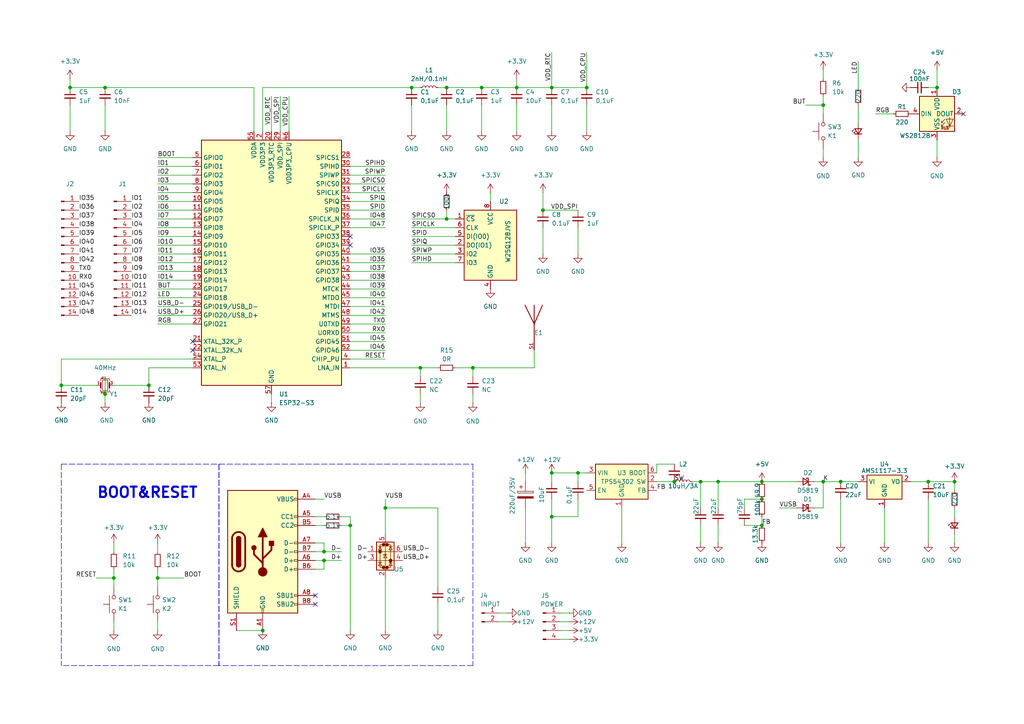
<source format=kicad_sch>
(kicad_sch (version 20231120) (generator "eeschema") (generator_version "8.0")
  (paper "A4")
  (lib_symbols
    (symbol "ANT5320LL45R2400A:ANT5320LL45R2400A" (pin_names (offset 1.016))
      (property "Reference" "E" (at 2.54 5.08 0))
      (property "Value" "ANT5320LL45R2400A" (at 2.54 2.54 0))
      (symbol "ANT5320LL45R2400A_0_0"
        (pin input line (at 0 -5.08 90) (length 2.54) (name "~") (number "S1"))
      )
    )
    (symbol "Connector:Conn_01x02_Pin" (pin_names (offset 1.016) hide)
      (property "Reference" "J" (at 0 2.54 0))
      (property "Value" "Conn_01x02_Pin" (at 0 -5.08 0))
      (symbol "Conn_01x02_Pin_1_1"
        (pin passive line (at 5.08 0 180) (length 3.81) (name "Pin_1") (number "1"))
        (pin passive line (at 5.08 -2.54 180) (length 3.81) (name "Pin_2") (number "2"))
      )
    )
    (symbol "Connector:Conn_01x04_Pin" (pin_names (offset 1.016) hide)
      (property "Reference" "J" (at 0 5.08 0))
      (property "Value" "Conn_01x04_Pin" (at 0 -7.62 0))
      (symbol "Conn_01x04_Pin_1_1"
        (pin passive line (at 5.08 2.54 180) (length 3.81) (name "Pin_1") (number "1"))
        (pin passive line (at 5.08 0 180) (length 3.81) (name "Pin_2") (number "2"))
        (pin passive line (at 5.08 -2.54 180) (length 3.81) (name "Pin_3") (number "3"))
        (pin passive line (at 5.08 -5.08 180) (length 3.81) (name "Pin_4") (number "4"))
      )
    )
    (symbol "Connector:Conn_01x14_Pin" (pin_names (offset 1.016) hide)
      (property "Reference" "J" (at 0 17.78 0))
      (property "Value" "Conn_01x14_Pin" (at 0 -20.32 0))
      (symbol "Conn_01x14_Pin_1_1"
        (pin passive line (at 5.08 15.24 180) (length 3.81) (name "Pin_1") (number "1"))
        (pin passive line (at 5.08 -7.62 180) (length 3.81) (name "Pin_10") (number "10"))
        (pin passive line (at 5.08 -10.16 180) (length 3.81) (name "Pin_11") (number "11"))
        (pin passive line (at 5.08 -12.7 180) (length 3.81) (name "Pin_12") (number "12"))
        (pin passive line (at 5.08 -15.24 180) (length 3.81) (name "Pin_13") (number "13"))
        (pin passive line (at 5.08 -17.78 180) (length 3.81) (name "Pin_14") (number "14"))
        (pin passive line (at 5.08 12.7 180) (length 3.81) (name "Pin_2") (number "2"))
        (pin passive line (at 5.08 10.16 180) (length 3.81) (name "Pin_3") (number "3"))
        (pin passive line (at 5.08 7.62 180) (length 3.81) (name "Pin_4") (number "4"))
        (pin passive line (at 5.08 5.08 180) (length 3.81) (name "Pin_5") (number "5"))
        (pin passive line (at 5.08 2.54 180) (length 3.81) (name "Pin_6") (number "6"))
        (pin passive line (at 5.08 0 180) (length 3.81) (name "Pin_7") (number "7"))
        (pin passive line (at 5.08 -2.54 180) (length 3.81) (name "Pin_8") (number "8"))
        (pin passive line (at 5.08 -5.08 180) (length 3.81) (name "Pin_9") (number "9"))
      )
    )
    (symbol "Connector:USB_C_Receptacle_USB2.0_16P" (pin_names (offset 1.016))
      (property "Reference" "J" (at 0 22.225 0))
      (property "Value" "USB_C_Receptacle_USB2.0_16P" (at 0 19.685 0))
      (symbol "USB_C_Receptacle_USB2.0_16P_1_1"
        (pin passive line (at 0 -22.86 90) (length 5.08) (name "GND") (number "A1"))
        (pin passive line (at 0 -22.86 90) (length 5.08) hide (name "GND") (number "A12"))
        (pin passive line (at 15.24 15.24 180) (length 5.08) (name "VBUS") (number "A4"))
        (pin bidirectional line (at 15.24 10.16 180) (length 5.08) (name "CC1") (number "A5"))
        (pin bidirectional line (at 15.24 -2.54 180) (length 5.08) (name "D+") (number "A6"))
        (pin bidirectional line (at 15.24 2.54 180) (length 5.08) (name "D-") (number "A7"))
        (pin bidirectional line (at 15.24 -12.7 180) (length 5.08) (name "SBU1") (number "A8"))
        (pin passive line (at 15.24 15.24 180) (length 5.08) hide (name "VBUS") (number "A9"))
        (pin passive line (at 0 -22.86 90) (length 5.08) hide (name "GND") (number "B1"))
        (pin passive line (at 0 -22.86 90) (length 5.08) hide (name "GND") (number "B12"))
        (pin passive line (at 15.24 15.24 180) (length 5.08) hide (name "VBUS") (number "B4"))
        (pin bidirectional line (at 15.24 7.62 180) (length 5.08) (name "CC2") (number "B5"))
        (pin bidirectional line (at 15.24 -5.08 180) (length 5.08) (name "D+") (number "B6"))
        (pin bidirectional line (at 15.24 0 180) (length 5.08) (name "D-") (number "B7"))
        (pin bidirectional line (at 15.24 -15.24 180) (length 5.08) (name "SBU2") (number "B8"))
        (pin passive line (at 15.24 15.24 180) (length 5.08) hide (name "VBUS") (number "B9"))
        (pin passive line (at -7.62 -22.86 90) (length 5.08) (name "SHIELD") (number "S1"))
      )
    )
    (symbol "Device:C_Polarized" (pin_numbers hide) (pin_names (offset 0.254))
      (property "Reference" "C" (at 0.635 2.54 0))
      (property "Value" "C_Polarized" (at 0.635 -2.54 0))
      (symbol "C_Polarized_1_1"
        (pin passive line (at 0 3.81 270) (length 2.794) (name "~") (number "1"))
        (pin passive line (at 0 -3.81 90) (length 2.794) (name "~") (number "2"))
      )
    )
    (symbol "Device:C_Small" (pin_numbers hide) (pin_names (offset 0.254) hide)
      (property "Reference" "C" (at 0.254 1.778 0))
      (property "Value" "C_Small" (at 0.254 -2.032 0))
      (symbol "C_Small_1_1"
        (pin passive line (at 0 2.54 270) (length 2.032) (name "~") (number "1"))
        (pin passive line (at 0 -2.54 90) (length 2.032) (name "~") (number "2"))
      )
    )
    (symbol "Device:Crystal_GND24_Small" (pin_names (offset 1.016) hide)
      (property "Reference" "Y" (at 1.27 4.445 0))
      (property "Value" "Crystal_GND24_Small" (at 1.27 2.54 0))
      (symbol "Crystal_GND24_Small_1_1"
        (pin passive line (at -2.54 0 0) (length 1.27) (name "1") (number "1"))
        (pin passive line (at 0 -2.54 90) (length 0.635) (name "2") (number "2"))
        (pin passive line (at 2.54 0 180) (length 1.27) (name "3") (number "3"))
        (pin passive line (at 0 2.54 270) (length 0.635) (name "4") (number "4"))
      )
    )
    (symbol "Device:D_Schottky_Small" (pin_numbers hide) (pin_names (offset 0.254) hide)
      (property "Reference" "D" (at -1.27 2.032 0))
      (property "Value" "D_Schottky_Small" (at -7.112 -2.032 0))
      (symbol "D_Schottky_Small_1_1"
        (pin passive line (at -2.54 0 0) (length 1.778) (name "K") (number "1"))
        (pin passive line (at 2.54 0 180) (length 1.778) (name "A") (number "2"))
      )
    )
    (symbol "Device:LED_Small" (pin_numbers hide) (pin_names (offset 0.254) hide)
      (property "Reference" "D" (at -1.27 3.175 0))
      (property "Value" "LED_Small" (at -4.445 -2.54 0))
      (symbol "LED_Small_1_1"
        (pin passive line (at -2.54 0 0) (length 1.778) (name "K") (number "1"))
        (pin passive line (at 2.54 0 180) (length 1.778) (name "A") (number "2"))
      )
    )
    (symbol "Device:L_Small" (pin_numbers hide) (pin_names (offset 0.254) hide)
      (property "Reference" "L" (at 0.762 1.016 0))
      (property "Value" "L_Small" (at 0.762 -1.016 0))
      (symbol "L_Small_1_1"
        (pin passive line (at 0 2.54 270) (length 0.508) (name "~") (number "1"))
        (pin passive line (at 0 -2.54 90) (length 0.508) (name "~") (number "2"))
      )
    )
    (symbol "Device:R_Small" (pin_numbers hide) (pin_names (offset 0.254) hide)
      (property "Reference" "R" (at 0.762 0.508 0))
      (property "Value" "R_Small" (at 0.762 -1.016 0))
      (symbol "R_Small_1_1"
        (pin passive line (at 0 2.54 270) (length 0.762) (name "~") (number "1"))
        (pin passive line (at 0 -2.54 90) (length 0.762) (name "~") (number "2"))
      )
    )
    (symbol "LED:WS2812B" (pin_names (offset 0.254))
      (property "Reference" "D" (at 5.08 5.715 0))
      (property "Value" "WS2812B" (at 1.27 -5.715 0))
      (symbol "WS2812B_0_0"
        (text "RGB" (at 2.286 -4.191 0) (effects (font (size 0.762 0.762))))
      )
      (symbol "WS2812B_1_1"
        (pin power_in line (at 0 7.62 270) (length 2.54) (name "VDD") (number "1"))
        (pin output line (at 7.62 0 180) (length 2.54) (name "DOUT") (number "2"))
        (pin power_in line (at 0 -7.62 90) (length 2.54) (name "VSS") (number "3"))
        (pin input line (at -7.62 0 0) (length 2.54) (name "DIN") (number "4"))
      )
    )
    (symbol "MCU_Espressif:ESP32-S3"
      (property "Reference" "U" (at 10.16 -38.1 0))
      (property "Value" "ESP32-S3" (at 13.97 -40.64 0))
      (symbol "ESP32-S3_1_0"
        (pin bidirectional line (at 22.86 12.7 180) (length 2.54) (name "SPICLK_N") (number "36"))
        (pin bidirectional line (at 22.86 -10.16 180) (length 2.54) (name "MTDO") (number "45"))
        (pin bidirectional line (at 22.86 -22.86 180) (length 2.54) (name "GPIO45") (number "51"))
        (pin passive line (at -5.08 38.1 270) (length 2.54) hide (name "VDDA") (number "56"))
      )
      (symbol "ESP32-S3_1_1"
        (pin bidirectional line (at 22.86 -30.48 180) (length 2.54) (name "LNA_IN") (number "1"))
        (pin bidirectional line (at -22.86 17.78 0) (length 2.54) (name "GPIO5") (number "10"))
        (pin bidirectional line (at -22.86 15.24 0) (length 2.54) (name "GPIO6") (number "11"))
        (pin bidirectional line (at -22.86 12.7 0) (length 2.54) (name "GPIO7") (number "12"))
        (pin bidirectional line (at -22.86 10.16 0) (length 2.54) (name "GPIO8") (number "13"))
        (pin bidirectional line (at -22.86 7.62 0) (length 2.54) (name "GPIO9") (number "14"))
        (pin bidirectional line (at -22.86 5.08 0) (length 2.54) (name "GPIO10") (number "15"))
        (pin bidirectional line (at -22.86 2.54 0) (length 2.54) (name "GPIO11") (number "16"))
        (pin bidirectional line (at -22.86 0 0) (length 2.54) (name "GPIO12") (number "17"))
        (pin bidirectional line (at -22.86 -2.54 0) (length 2.54) (name "GPIO13") (number "18"))
        (pin bidirectional line (at -22.86 -5.08 0) (length 2.54) (name "GPIO14") (number "19"))
        (pin power_in line (at -2.54 38.1 270) (length 2.54) (name "VDD3P3") (number "2"))
        (pin power_in line (at 0 38.1 270) (length 2.54) (name "VDD3P3_RTC") (number "20"))
        (pin passive line (at -22.86 -22.86 0) (length 2.54) (name "XTAL_32K_P") (number "21"))
        (pin passive line (at -22.86 -25.4 0) (length 2.54) (name "XTAL_32K_N") (number "22"))
        (pin bidirectional line (at -22.86 -7.62 0) (length 2.54) (name "GPIO17") (number "23"))
        (pin bidirectional line (at -22.86 -10.16 0) (length 2.54) (name "GPIO18") (number "24"))
        (pin bidirectional line (at -22.86 -12.7 0) (length 2.54) (name "GPIO19/USB_D-") (number "25"))
        (pin bidirectional line (at -22.86 -15.24 0) (length 2.54) (name "GPIO20/USB_D+") (number "26"))
        (pin bidirectional line (at -22.86 -17.78 0) (length 2.54) (name "GPIO21") (number "27"))
        (pin bidirectional line (at 22.86 30.48 180) (length 2.54) (name "SPICS1") (number "28"))
        (pin power_in line (at 2.54 38.1 270) (length 2.54) (name "VDD_SPI") (number "29"))
        (pin passive line (at -2.54 38.1 270) (length 2.54) hide (name "VDD3P3") (number "3"))
        (pin bidirectional line (at 22.86 27.94 180) (length 2.54) (name "SPIHD") (number "30"))
        (pin bidirectional line (at 22.86 25.4 180) (length 2.54) (name "SPIWP") (number "31"))
        (pin bidirectional line (at 22.86 22.86 180) (length 2.54) (name "SPICS0") (number "32"))
        (pin bidirectional line (at 22.86 20.32 180) (length 2.54) (name "SPICLK") (number "33"))
        (pin bidirectional line (at 22.86 17.78 180) (length 2.54) (name "SPIQ") (number "34"))
        (pin bidirectional line (at 22.86 15.24 180) (length 2.54) (name "SPID") (number "35"))
        (pin bidirectional line (at 22.86 10.16 180) (length 2.54) (name "SPICLK_P") (number "37"))
        (pin bidirectional line (at 22.86 7.62 180) (length 2.54) (name "GPIO33") (number "38"))
        (pin bidirectional line (at 22.86 5.08 180) (length 2.54) (name "GPIO34") (number "39"))
        (pin input line (at 22.86 -27.94 180) (length 2.54) (name "CHIP_PU") (number "4"))
        (pin bidirectional line (at 22.86 2.54 180) (length 2.54) (name "GPIO35") (number "40"))
        (pin bidirectional line (at 22.86 0 180) (length 2.54) (name "GPIO36") (number "41"))
        (pin bidirectional line (at 22.86 -2.54 180) (length 2.54) (name "GPIO37") (number "42"))
        (pin bidirectional line (at 22.86 -5.08 180) (length 2.54) (name "GPIO38") (number "43"))
        (pin bidirectional line (at 22.86 -7.62 180) (length 2.54) (name "MTCK") (number "44"))
        (pin power_in line (at 5.08 38.1 270) (length 2.54) (name "VDD3P3_CPU") (number "46"))
        (pin bidirectional line (at 22.86 -12.7 180) (length 2.54) (name "MTDI") (number "47"))
        (pin bidirectional line (at 22.86 -15.24 180) (length 2.54) (name "MTMS") (number "48"))
        (pin bidirectional line (at 22.86 -17.78 180) (length 2.54) (name "U0TXD") (number "49"))
        (pin bidirectional line (at -22.86 30.48 0) (length 2.54) (name "GPIO0") (number "5"))
        (pin bidirectional line (at 22.86 -20.32 180) (length 2.54) (name "U0RXD") (number "50"))
        (pin bidirectional line (at 22.86 -25.4 180) (length 2.54) (name "GPIO46") (number "52"))
        (pin output line (at -22.86 -30.48 0) (length 2.54) (name "XTAL_N") (number "53"))
        (pin input line (at -22.86 -27.94 0) (length 2.54) (name "XTAL_P") (number "54"))
        (pin power_in line (at -5.08 38.1 270) (length 2.54) (name "VDDA") (number "55"))
        (pin power_in line (at 0 -38.1 90) (length 2.54) (name "GND") (number "57"))
        (pin bidirectional line (at -22.86 27.94 0) (length 2.54) (name "GPIO1") (number "6"))
        (pin bidirectional line (at -22.86 25.4 0) (length 2.54) (name "GPIO2") (number "7"))
        (pin bidirectional line (at -22.86 22.86 0) (length 2.54) (name "GPIO3") (number "8"))
        (pin bidirectional line (at -22.86 20.32 0) (length 2.54) (name "GPIO4") (number "9"))
      )
    )
    (symbol "Memory_Flash:W25Q128JVS"
      (property "Reference" "U" (at -8.89 8.89 0))
      (property "Value" "W25Q128JVS" (at 7.62 8.89 0))
      (symbol "W25Q128JVS_1_1"
        (pin input line (at -10.16 7.62 0) (length 2.54) (name "~{CS}") (number "1"))
        (pin bidirectional line (at -10.16 0 0) (length 2.54) (name "DO(IO1)") (number "2"))
        (pin bidirectional line (at -10.16 -2.54 0) (length 2.54) (name "IO2") (number "3"))
        (pin power_in line (at 0 -12.7 90) (length 2.54) (name "GND") (number "4"))
        (pin bidirectional line (at -10.16 2.54 0) (length 2.54) (name "DI(IO0)") (number "5"))
        (pin input line (at -10.16 5.08 0) (length 2.54) (name "CLK") (number "6"))
        (pin bidirectional line (at -10.16 -5.08 0) (length 2.54) (name "IO3") (number "7"))
        (pin power_in line (at 0 12.7 270) (length 2.54) (name "VCC") (number "8"))
      )
    )
    (symbol "Power_Protection:USBLC6-2SC6" (pin_names hide)
      (property "Reference" "U" (at 0.635 5.715 0))
      (property "Value" "USBLC6-2SC6" (at 0.635 3.81 0))
      (symbol "USBLC6-2SC6_1_1"
        (pin passive line (at -5.08 0 0) (length 2.54) (name "I/O1") (number "1"))
        (pin passive line (at 0 -7.62 90) (length 2.54) (name "GND") (number "2"))
        (pin passive line (at -5.08 -2.54 0) (length 2.54) (name "I/O2") (number "3"))
        (pin passive line (at 5.08 -2.54 180) (length 2.54) (name "I/O2") (number "4"))
        (pin passive line (at 0 5.08 270) (length 2.54) (name "VBUS") (number "5"))
        (pin passive line (at 5.08 0 180) (length 2.54) (name "I/O1") (number "6"))
      )
    )
    (symbol "Regulator_Linear:AMS1117-3.3"
      (property "Reference" "U" (at -3.81 3.175 0))
      (property "Value" "AMS1117-3.3" (at 0 3.175 0))
      (symbol "AMS1117-3.3_1_1"
        (pin power_in line (at 0 -7.62 90) (length 2.54) (name "GND") (number "1"))
        (pin power_out line (at 7.62 0 180) (length 2.54) (name "VO") (number "2"))
        (pin power_in line (at -7.62 0 0) (length 2.54) (name "VI") (number "3"))
      )
    )
    (symbol "Regulator_Switching:TPS54302"
      (property "Reference" "U" (at -7.62 6.35 0))
      (property "Value" "TPS54302" (at 0 6.35 0))
      (symbol "TPS54302_1_1"
        (pin power_in line (at 0 -7.62 90) (length 2.54) (name "GND") (number "1"))
        (pin power_out line (at 10.16 0 180) (length 2.54) (name "SW") (number "2"))
        (pin power_in line (at -10.16 2.54 0) (length 2.54) (name "VIN") (number "3"))
        (pin input line (at 10.16 -2.54 180) (length 2.54) (name "FB") (number "4"))
        (pin input line (at -10.16 -2.54 0) (length 2.54) (name "EN") (number "5"))
        (pin passive line (at 10.16 2.54 180) (length 2.54) (name "BOOT") (number "6"))
      )
    )
    (symbol "Switch:SW_Push" (pin_numbers hide) (pin_names (offset 1.016) hide)
      (property "Reference" "SW" (at 1.27 2.54 0))
      (property "Value" "SW_Push" (at 0 -1.524 0))
      (symbol "SW_Push_0_1"
        (pin passive line (at -5.08 0 0) (length 2.54) (name "1") (number "1"))
        (pin passive line (at 5.08 0 180) (length 2.54) (name "2") (number "2"))
      )
    )
    (symbol "power:+12V" (power) (pin_names (offset 0))
      (property "Value" "+12V" (at 0 3.556 0))
      (symbol "+12V_1_1"
        (pin power_in line (at 0 0 90) (length 0) hide (name "+12V") (number "1"))
      )
    )
    (symbol "power:+3.3V" (power) (pin_numbers hide) (pin_names (offset 0) hide)
      (property "Value" "+3.3V" (at 0 3.556 0))
      (symbol "+3.3V_1_1"
        (pin power_in line (at 0 0 90) (length 0) (name "~") (number "1"))
      )
    )
    (symbol "power:+5V" (power) (pin_names (offset 0))
      (property "Value" "+5V" (at 0 3.556 0))
      (symbol "+5V_1_1"
        (pin power_in line (at 0 0 90) (length 0) hide (name "+5V") (number "1"))
      )
    )
    (symbol "power:GND" (power) (pin_numbers hide) (pin_names (offset 0) hide)
      (property "Value" "GND" (at 0 -3.81 0))
      (symbol "GND_1_1"
        (pin power_in line (at 0 0 270) (length 0) (name "~") (number "1"))
      )
    )
  )
  (junction (at 119.38 25.4))
  (junction (at 195.58 139.7))
  (junction (at 203.2 139.7))
  (junction (at 17.78 111.76))
  (junction (at 33.02 167.64))
  (junction (at 149.86 25.4))
  (junction (at 30.48 25.4))
  (junction (at 220.98 152.4))
  (junction (at 137.16 106.68))
  (junction (at 220.98 139.7))
  (junction (at 160.02 25.4))
  (junction (at 129.54 63.5))
  (junction (at 208.28 139.7))
  (junction (at 160.02 137.16))
  (junction (at 238.76 30.48))
  (junction (at 243.84 139.7))
  (junction (at 276.86 139.7))
  (junction (at 271.78 25.4))
  (junction (at 20.32 25.4))
  (junction (at 129.54 25.4))
  (junction (at 121.92 106.68))
  (junction (at 93.98 160.02))
  (junction (at 101.6 152.4))
  (junction (at 139.7 25.4))
  (junction (at 76.2 182.88))
  (junction (at 93.98 162.56))
  (junction (at 45.72 167.64))
  (junction (at 170.18 25.4))
  (junction (at 160.02 149.86))
  (junction (at 43.18 111.76))
  (junction (at 30.48 114.3))
  (junction (at 111.76 147.32))
  (junction (at 157.48 60.96))
  (junction (at 269.24 139.7))
  (junction (at 238.76 139.7))
  (junction (at 167.64 137.16))
  (junction (at 220.98 144.78))
  (no_connect (at 55.88 99.06))
  (no_connect (at 101.6 71.12))
  (no_connect (at 101.6 68.58))
  (no_connect (at 55.88 101.6))
  (no_connect (at 91.44 175.26))
  (no_connect (at 279.4 33.02))
  (no_connect (at 91.44 172.72))
  (wire (pts (xy 43.18 106.68) (xy 55.88 106.68)))
  (wire (pts (xy 111.76 182.88) (xy 111.76 167.64)))
  (wire (pts (xy 276.86 139.7) (xy 269.24 139.7)))
  (wire (pts (xy 93.98 160.02) (xy 91.44 160.02)))
  (wire (pts (xy 45.72 78.74) (xy 55.88 78.74)))
  (wire (pts (xy 33.02 180.34) (xy 33.02 182.88)))
  (wire (pts (xy 93.98 162.56) (xy 91.44 162.56)))
  (wire (pts (xy 160.02 25.4) (xy 149.86 25.4)))
  (wire (pts (xy 129.54 25.4) (xy 139.7 25.4)))
  (wire (pts (xy 91.44 157.48) (xy 93.98 157.48)))
  (wire (pts (xy 30.48 116.84) (xy 30.48 114.3)))
  (wire (pts (xy 45.72 93.98) (xy 55.88 93.98)))
  (wire (pts (xy 215.9 152.4) (xy 220.98 152.4)))
  (wire (pts (xy 248.92 40.64) (xy 248.92 45.72)))
  (wire (pts (xy 111.76 78.74) (xy 101.6 78.74)))
  (wire (pts (xy 165.1 182.88) (xy 162.56 182.88)))
  (wire (pts (xy 139.7 25.4) (xy 149.86 25.4)))
  (wire (pts (xy 101.6 152.4) (xy 101.6 149.86)))
  (wire (pts (xy 91.44 152.4) (xy 93.98 152.4)))
  (wire (pts (xy 271.78 40.64) (xy 271.78 45.72)))
  (wire (pts (xy 111.76 93.98) (xy 101.6 93.98)))
  (wire (pts (xy 269.24 144.78) (xy 269.24 157.48)))
  (wire (pts (xy 129.54 38.1) (xy 129.54 30.48)))
  (wire (pts (xy 111.76 81.28) (xy 101.6 81.28)))
  (wire (pts (xy 111.76 104.14) (xy 101.6 104.14)))
  (wire (pts (xy 119.38 38.1) (xy 119.38 30.48)))
  (wire (pts (xy 238.76 27.94) (xy 238.76 30.48)))
  (wire (pts (xy 165.1 177.8) (xy 162.56 177.8)))
  (polyline (pts (xy 63.5 134.62) (xy 63.5 193.04)) (stroke (width 0) (type dash)))
  (wire (pts (xy 45.72 157.48) (xy 45.72 160.02)))
  (wire (pts (xy 167.64 144.78) (xy 167.64 149.86)))
  (wire (pts (xy 208.28 147.32) (xy 208.28 139.7)))
  (wire (pts (xy 190.5 137.16) (xy 190.5 134.62)))
  (wire (pts (xy 45.72 58.42) (xy 55.88 58.42)))
  (wire (pts (xy 238.76 20.32) (xy 238.76 22.86)))
  (wire (pts (xy 111.76 63.5) (xy 101.6 63.5)))
  (wire (pts (xy 215.9 147.32) (xy 215.9 144.78)))
  (wire (pts (xy 30.48 25.4) (xy 73.66 25.4)))
  (wire (pts (xy 93.98 149.86) (xy 91.44 149.86)))
  (wire (pts (xy 45.72 60.96) (xy 55.88 60.96)))
  (wire (pts (xy 195.58 139.7) (xy 190.5 139.7)))
  (wire (pts (xy 233.68 30.48) (xy 238.76 30.48)))
  (wire (pts (xy 111.76 66.04) (xy 101.6 66.04)))
  (wire (pts (xy 45.72 73.66) (xy 55.88 73.66)))
  (wire (pts (xy 256.54 157.48) (xy 256.54 147.32)))
  (wire (pts (xy 129.54 63.5) (xy 132.08 63.5)))
  (wire (pts (xy 101.6 58.42) (xy 111.76 58.42)))
  (wire (pts (xy 215.9 144.78) (xy 220.98 144.78)))
  (wire (pts (xy 276.86 154.94) (xy 276.86 157.48)))
  (wire (pts (xy 45.72 71.12) (xy 55.88 71.12)))
  (wire (pts (xy 81.28 27.94) (xy 81.28 38.1)))
  (wire (pts (xy 236.22 139.7) (xy 238.76 139.7)))
  (wire (pts (xy 111.76 96.52) (xy 101.6 96.52)))
  (wire (pts (xy 119.38 63.5) (xy 129.54 63.5)))
  (wire (pts (xy 139.7 38.1) (xy 139.7 30.48)))
  (wire (pts (xy 93.98 165.1) (xy 93.98 162.56)))
  (wire (pts (xy 17.78 111.76) (xy 17.78 104.14)))
  (wire (pts (xy 271.78 20.32) (xy 271.78 25.4)))
  (wire (pts (xy 45.72 66.04) (xy 55.88 66.04)))
  (wire (pts (xy 111.76 73.66) (xy 101.6 73.66)))
  (wire (pts (xy 101.6 182.88) (xy 101.6 152.4)))
  (wire (pts (xy 45.72 68.58) (xy 55.88 68.58)))
  (wire (pts (xy 45.72 81.28) (xy 55.88 81.28)))
  (polyline (pts (xy 63.5 193.04) (xy 17.78 193.04)) (stroke (width 0) (type dash)))
  (wire (pts (xy 154.94 106.68) (xy 154.94 101.6)))
  (wire (pts (xy 254 33.02) (xy 259.08 33.02)))
  (polyline (pts (xy 17.78 134.62) (xy 17.78 193.04)) (stroke (width 0) (type dash)))
  (wire (pts (xy 45.72 76.2) (xy 55.88 76.2)))
  (wire (pts (xy 45.72 167.64) (xy 45.72 170.18)))
  (wire (pts (xy 45.72 83.82) (xy 55.88 83.82)))
  (wire (pts (xy 238.76 43.18) (xy 238.76 45.72)))
  (wire (pts (xy 111.76 91.44) (xy 101.6 91.44)))
  (wire (pts (xy 208.28 139.7) (xy 220.98 139.7)))
  (wire (pts (xy 264.16 139.7) (xy 269.24 139.7)))
  (wire (pts (xy 220.98 149.86) (xy 220.98 152.4)))
  (polyline (pts (xy 137.16 193.04) (xy 63.5 193.04)) (stroke (width 0) (type dash)))
  (wire (pts (xy 243.84 139.7) (xy 248.92 139.7)))
  (wire (pts (xy 73.66 25.4) (xy 73.66 38.1)))
  (wire (pts (xy 160.02 15.24) (xy 160.02 25.4)))
  (wire (pts (xy 149.86 25.4) (xy 149.86 22.86)))
  (wire (pts (xy 111.76 83.82) (xy 101.6 83.82)))
  (wire (pts (xy 91.44 165.1) (xy 93.98 165.1)))
  (wire (pts (xy 208.28 152.4) (xy 208.28 157.48)))
  (wire (pts (xy 93.98 162.56) (xy 99.06 162.56)))
  (wire (pts (xy 152.4 137.16) (xy 152.4 139.7)))
  (wire (pts (xy 238.76 139.7) (xy 243.84 139.7)))
  (wire (pts (xy 127 182.88) (xy 127 175.26)))
  (wire (pts (xy 248.92 30.48) (xy 248.92 35.56)))
  (wire (pts (xy 33.02 111.76) (xy 43.18 111.76)))
  (wire (pts (xy 220.98 139.7) (xy 231.14 139.7)))
  (wire (pts (xy 45.72 86.36) (xy 55.88 86.36)))
  (wire (pts (xy 93.98 144.78) (xy 91.44 144.78)))
  (wire (pts (xy 78.74 27.94) (xy 78.74 38.1)))
  (wire (pts (xy 101.6 60.96) (xy 111.76 60.96)))
  (wire (pts (xy 160.02 38.1) (xy 160.02 30.48)))
  (wire (pts (xy 157.48 55.88) (xy 157.48 60.96)))
  (wire (pts (xy 30.48 109.22) (xy 30.48 114.3)))
  (wire (pts (xy 101.6 55.88) (xy 111.76 55.88)))
  (polyline (pts (xy 137.16 134.62) (xy 137.16 193.04)) (stroke (width 0) (type dash)))
  (wire (pts (xy 165.1 180.34) (xy 162.56 180.34)))
  (polyline (pts (xy 63.5 134.62) (xy 137.16 134.62)) (stroke (width 0) (type dash)))
  (wire (pts (xy 170.18 38.1) (xy 170.18 30.48)))
  (wire (pts (xy 121.92 106.68) (xy 121.92 109.22)))
  (wire (pts (xy 121.92 106.68) (xy 127 106.68)))
  (wire (pts (xy 137.16 106.68) (xy 154.94 106.68)))
  (wire (pts (xy 238.76 147.32) (xy 236.22 147.32)))
  (wire (pts (xy 45.72 167.64) (xy 53.34 167.64)))
  (wire (pts (xy 45.72 48.26) (xy 55.88 48.26)))
  (wire (pts (xy 45.72 180.34) (xy 45.72 182.88)))
  (wire (pts (xy 160.02 139.7) (xy 160.02 137.16)))
  (wire (pts (xy 45.72 91.44) (xy 55.88 91.44)))
  (wire (pts (xy 243.84 144.78) (xy 243.84 157.48)))
  (wire (pts (xy 157.48 73.66) (xy 157.48 66.04)))
  (wire (pts (xy 45.72 50.8) (xy 55.88 50.8)))
  (wire (pts (xy 129.54 60.96) (xy 129.54 63.5)))
  (wire (pts (xy 167.64 139.7) (xy 167.64 137.16)))
  (wire (pts (xy 160.02 137.16) (xy 167.64 137.16)))
  (wire (pts (xy 33.02 157.48) (xy 33.02 160.02)))
  (wire (pts (xy 76.2 25.4) (xy 119.38 25.4)))
  (wire (pts (xy 93.98 157.48) (xy 93.98 160.02)))
  (wire (pts (xy 121.92 114.3) (xy 121.92 116.84)))
  (polyline (pts (xy 17.78 134.62) (xy 63.5 134.62)) (stroke (width 0) (type dash)))
  (wire (pts (xy 226.06 147.32) (xy 231.14 147.32)))
  (wire (pts (xy 33.02 165.1) (xy 33.02 167.64)))
  (wire (pts (xy 160.02 149.86) (xy 160.02 157.48)))
  (wire (pts (xy 152.4 147.32) (xy 152.4 157.48)))
  (wire (pts (xy 165.1 185.42) (xy 162.56 185.42)))
  (wire (pts (xy 101.6 106.68) (xy 121.92 106.68)))
  (wire (pts (xy 83.82 27.94) (xy 83.82 38.1)))
  (wire (pts (xy 45.72 55.88) (xy 55.88 55.88)))
  (wire (pts (xy 20.32 22.86) (xy 20.32 25.4)))
  (wire (pts (xy 142.24 55.88) (xy 142.24 58.42)))
  (wire (pts (xy 101.6 50.8) (xy 111.76 50.8)))
  (wire (pts (xy 203.2 139.7) (xy 200.66 139.7)))
  (wire (pts (xy 167.64 60.96) (xy 157.48 60.96)))
  (wire (pts (xy 276.86 147.32) (xy 276.86 149.86)))
  (wire (pts (xy 127 170.18) (xy 127 147.32)))
  (wire (pts (xy 248.92 17.78) (xy 248.92 25.4)))
  (wire (pts (xy 137.16 106.68) (xy 137.16 109.22)))
  (wire (pts (xy 101.6 149.86) (xy 99.06 149.86)))
  (wire (pts (xy 99.06 152.4) (xy 101.6 152.4)))
  (wire (pts (xy 276.86 139.7) (xy 276.86 142.24)))
  (wire (pts (xy 238.76 30.48) (xy 238.76 33.02)))
  (wire (pts (xy 111.76 88.9) (xy 101.6 88.9)))
  (wire (pts (xy 111.76 86.36) (xy 101.6 86.36)))
  (wire (pts (xy 45.72 53.34) (xy 55.88 53.34)))
  (wire (pts (xy 149.86 38.1) (xy 149.86 30.48)))
  (wire (pts (xy 20.32 30.48) (xy 20.32 38.1)))
  (wire (pts (xy 20.32 25.4) (xy 30.48 25.4)))
  (wire (pts (xy 203.2 152.4) (xy 203.2 157.48)))
  (wire (pts (xy 111.76 99.06) (xy 101.6 99.06)))
  (wire (pts (xy 111.76 101.6) (xy 101.6 101.6)))
  (wire (pts (xy 147.32 177.8) (xy 144.78 177.8)))
  (wire (pts (xy 119.38 73.66) (xy 132.08 73.66)))
  (wire (pts (xy 147.32 180.34) (xy 144.78 180.34)))
  (wire (pts (xy 203.2 139.7) (xy 203.2 147.32)))
  (wire (pts (xy 119.38 25.4) (xy 121.92 25.4)))
  (wire (pts (xy 160.02 25.4) (xy 170.18 25.4)))
  (wire (pts (xy 101.6 53.34) (xy 111.76 53.34)))
  (wire (pts (xy 167.64 137.16) (xy 170.18 137.16)))
  (wire (pts (xy 160.02 149.86) (xy 167.64 149.86)))
  (polyline (pts (xy 63.5 134.62) (xy 63.5 193.04)) (stroke (width 0) (type dash)))
  (wire (pts (xy 111.76 76.2) (xy 101.6 76.2)))
  (wire (pts (xy 45.72 45.72) (xy 55.88 45.72)))
  (wire (pts (xy 68.58 182.88) (xy 76.2 182.88)))
  (wire (pts (xy 45.72 63.5) (xy 55.88 63.5)))
  (wire (pts (xy 137.16 114.3) (xy 137.16 116.84)))
  (wire (pts (xy 190.5 134.62) (xy 195.58 134.62)))
  (wire (pts (xy 27.94 167.64) (xy 33.02 167.64)))
  (wire (pts (xy 30.48 30.48) (xy 30.48 38.1)))
  (wire (pts (xy 111.76 147.32) (xy 111.76 154.94)))
  (wire (pts (xy 93.98 160.02) (xy 99.06 160.02)))
  (wire (pts (xy 119.38 76.2) (xy 132.08 76.2)))
  (wire (pts (xy 180.34 147.32) (xy 180.34 157.48)))
  (wire (pts (xy 33.02 167.64) (xy 33.02 170.18)))
  (wire (pts (xy 45.72 88.9) (xy 55.88 88.9)))
  (wire (pts (xy 170.18 15.24) (xy 170.18 25.4)))
  (wire (pts (xy 17.78 104.14) (xy 55.88 104.14)))
  (wire (pts (xy 17.78 111.76) (xy 27.94 111.76)))
  (wire (pts (xy 119.38 66.04) (xy 132.08 66.04)))
  (wire (pts (xy 269.24 25.4) (xy 271.78 25.4)))
  (wire (pts (xy 119.38 71.12) (xy 132.08 71.12)))
  (wire (pts (xy 203.2 139.7) (xy 208.28 139.7)))
  (wire (pts (xy 127 25.4) (xy 129.54 25.4)))
  (wire (pts (xy 76.2 38.1) (xy 76.2 25.4)))
  (wire (pts (xy 43.18 106.68) (xy 43.18 111.76)))
  (wire (pts (xy 132.08 106.68) (xy 137.16 106.68)))
  (wire (pts (xy 45.72 165.1) (xy 45.72 167.64)))
  (wire (pts (xy 119.38 68.58) (xy 132.08 68.58)))
  (wire (pts (xy 78.74 116.84) (xy 78.74 114.3)))
  (wire (pts (xy 111.76 144.78) (xy 111.76 147.32)))
  (wire (pts (xy 101.6 48.26) (xy 111.76 48.26)))
  (wire (pts (xy 160.02 149.86) (xy 160.02 144.78)))
  (wire (pts (xy 238.76 139.7) (xy 238.76 147.32)))
  (wire (pts (xy 127 147.32) (xy 111.76 147.32)))
  (wire (pts (xy 167.64 73.66) (xy 167.64 66.04)))
  (text "BOOT&RESET" (at 27.94 144.78 0) (effects (font (size 3 3) (bold yes)) (justify left bottom)))
  (label "FB" (at 220.98 152.4 0))
  (label "USB_D-" (at 45.72 88.9 0))
  (label "IO1" (at 38.1 58.42 0))
  (label "IO46" (at 22.86 86.36 0))
  (label "IO12" (at 45.72 76.2 0))
  (label "IO4" (at 45.72 55.88 0))
  (label "SPIWP" (at 111.76 50.8 180))
  (label "VDD_SPI" (at 167.64 60.96 180))
  (label "SPICLK" (at 111.76 55.88 180))
  (label "TX0" (at 111.76 93.98 180))
  (label "IO39" (at 111.76 83.82 180))
  (label "IO41" (at 111.76 88.9 180))
  (label "IO9" (at 45.72 68.58 0))
  (label "LED" (at 248.92 17.78 270))
  (label "SW" (at 195.58 139.7 0))
  (label "RGB" (at 45.72 93.98 0))
  (label "IO40" (at 22.86 71.12 0))
  (label "SPID" (at 119.38 68.58 0))
  (label "IO13" (at 38.1 88.9 0))
  (label "IO14" (at 38.1 91.44 0))
  (label "IO38" (at 111.76 81.28 180))
  (label "VDD_RTC" (at 160.02 15.24 270))
  (label "SPIQ" (at 111.76 58.42 180))
  (label "BOOT" (at 53.34 167.64 0))
  (label "RESET" (at 27.94 167.64 180))
  (label "VDD_RTC" (at 78.74 27.94 270))
  (label "D+" (at 106.68 162.56 180))
  (label "IO4" (at 38.1 66.04 0))
  (label "IO37" (at 22.86 63.5 0))
  (label "VUSB" (at 226.06 147.32 0))
  (label "IO41" (at 22.86 73.66 0))
  (label "IO48" (at 22.86 91.44 0))
  (label "LED" (at 45.72 86.36 0))
  (label "IO2" (at 38.1 60.96 0))
  (label "IO36" (at 111.76 76.2 180))
  (label "BOOT" (at 45.72 45.72 0))
  (label "VDD_CPU" (at 83.82 27.94 270))
  (label "IO38" (at 22.86 66.04 0))
  (label "SPIQ" (at 119.38 71.12 0))
  (label "IO1" (at 45.72 48.26 0))
  (label "IO7" (at 38.1 73.66 0))
  (label "D-" (at 106.68 160.02 180))
  (label "IO3" (at 45.72 53.34 0))
  (label "SPIHD" (at 119.38 76.2 0))
  (label "IO8" (at 45.72 66.04 0))
  (label "SPICLK" (at 119.38 66.04 0))
  (label "RGB" (at 254 33.02 0))
  (label "USB_D+" (at 45.72 91.44 0))
  (label "IO45" (at 22.86 83.82 0))
  (label "IO6" (at 45.72 60.96 0))
  (label "USB_D+" (at 116.84 162.56 0))
  (label "VDD_SPI" (at 81.28 27.94 270))
  (label "VDD_CPU" (at 170.18 15.24 270))
  (label "IO10" (at 45.72 71.12 0))
  (label "IO14" (at 45.72 81.28 0))
  (label "IO2" (at 45.72 50.8 0))
  (label "IO42" (at 111.76 91.44 180))
  (label "IO45" (at 111.76 99.06 180))
  (label "USB_D-" (at 116.84 160.02 0))
  (label "SPID" (at 111.76 60.96 180))
  (label "BUT" (at 233.68 30.48 180))
  (label "RX0" (at 22.86 81.28 0))
  (label "SPIHD" (at 111.76 48.26 180))
  (label "IO3" (at 38.1 63.5 0))
  (label "IO40" (at 111.76 86.36 180))
  (label "D+" (at 99.06 162.56 180))
  (label "IO7" (at 45.72 63.5 0))
  (label "VUSB" (at 111.76 144.78 0))
  (label "SPICS0" (at 111.76 53.34 180))
  (label "IO37" (at 111.76 78.74 180))
  (label "IO35" (at 22.86 58.42 0))
  (label "IO48" (at 111.76 63.5 180))
  (label "VUSB" (at 93.98 144.78 0))
  (label "IO36" (at 22.86 60.96 0))
  (label "K" (at 238.76 139.7 0))
  (label "IO10" (at 38.1 81.28 0))
  (label "IO42" (at 22.86 76.2 0))
  (label "IO9" (at 38.1 78.74 0))
  (label "RX0" (at 111.76 96.52 180))
  (label "SPIWP" (at 119.38 73.66 0))
  (label "IO12" (at 38.1 86.36 0))
  (label "IO39" (at 22.86 68.58 0))
  (label "IO5" (at 38.1 68.58 0))
  (label "RESET" (at 111.76 104.14 180))
  (label "FB" (at 190.5 142.24 0))
  (label "SPICS0" (at 119.38 63.5 0))
  (label "IO35" (at 111.76 73.66 180))
  (label "IO11" (at 45.72 73.66 0))
  (label "IO5" (at 45.72 58.42 0))
  (label "D-" (at 99.06 160.02 180))
  (label "IO8" (at 38.1 76.2 0))
  (label "IO47" (at 22.86 88.9 0))
  (label "BUT" (at 45.72 83.82 0))
  (label "IO47" (at 111.76 66.04 180))
  (label "IO6" (at 38.1 71.12 0))
  (label "TX0" (at 22.86 78.74 0))
  (label "IO46" (at 111.76 101.6 180))
  (label "IO11" (at 38.1 83.82 0))
  (label "IO13" (at 45.72 78.74 0))
  (symbol (lib_id "Device:C_Small") (at 30.48 27.94 0) (unit 1)
    (property "Reference" "C6" (at 33.02 26.6762 0) (effects (justify left)))
    (property "Value" "10nF" (at 33.02 29.2162 0) (effects (justify left)))
    (property "Footprint" "Capacitor_SMD:C_0603_1608Metric" (effects (hide yes)))
    (property "Description" "Unpolarized capacitor, small symbol" (effects (hide yes)))
  )
  (symbol (lib_id "power:GND") (at 180.34 157.48 0) (unit 1)
    (property "Reference" "#PWR022" (effects (hide yes)))
    (property "Value" "GND" (at 180.34 162.56 0))
  )
  (symbol (lib_id "power:+5V") (at 220.98 139.7 0) (unit 1)
    (property "Reference" "#PWR025" (effects (hide yes)))
    (property "Value" "+5V" (at 220.98 134.62 0))
  )
  (symbol (lib_id "Device:LED_Small") (at 276.86 152.4 90) (unit 1)
    (property "Reference" "D4" (effects (hide yes)))
    (property "Value" "LED_PWR" (effects (hide yes)))
    (property "Footprint" "LED_SMD:LED_0603_1608Metric" (effects (hide yes)))
  )
  (symbol (lib_id "Device:R_Small") (at 129.54 58.42 180) (unit 1)
    (property "Reference" "R10" (effects (hide yes)))
    (property "Value" "100k" (at 129.54 58.42 90))
    (property "Footprint" "Resistor_SMD:R_0603_1608Metric" (effects (hide yes)))
    (property "Description" "Resistor, small symbol" (effects (hide yes)))
  )
  (symbol (lib_id "LED:WS2812B") (at 271.78 33.02 0) (unit 1)
    (property "Reference" "D3" (at 277.495 26.67 0))
    (property "Value" "WS2812B" (at 265.43 39.37 0))
    (property "Footprint" "LED_SMD:LED_WS2812B_PLCC4_5.0x5.0mm_P3.2mm" (effects (hide yes)))
    (property "Datasheet" "https://cdn-shop.adafruit.com/datasheets/WS2812B.pdf" (effects (hide yes)))
  )
  (symbol (lib_id "power:GND") (at 165.1 177.8 90) (unit 1)
    (property "Reference" "#PWR053" (effects (hide yes)))
    (property "Value" "GND" (at 167.64 177.8 90) (effects (justify right)))
  )
  (symbol (lib_id "Device:L_Small") (at 198.12 139.7 90) (unit 1)
    (property "Reference" "L2" (at 198.12 134.62 90))
    (property "Value" "10uH/3A" (at 198.12 140.97 90))
    (property "Footprint" "Inductor_SMD:L_Abracon_ASPI-0630LR" (effects (hide yes)))
  )
  (symbol (lib_id "power:+3.3V") (at 157.48 55.88 0) (unit 1)
    (property "Reference" "#PWR037" (effects (hide yes)))
    (property "Value" "+3.3V" (at 157.48 50.8 0))
    (property "Description" "Power symbol creates a global label with name \"+3.3V\"" (effects (hide yes)))
  )
  (symbol (lib_id "Power_Protection:USBLC6-2SC6") (at 111.76 160.02 0) (unit 1)
    (property "Reference" "U5" (at 114.3 165.1 0) (effects (justify left)))
    (property "Value" "USBLC6-2SC6" (effects (hide yes)))
    (property "Footprint" "Package_TO_SOT_SMD:SOT-23-6" (effects (hide yes)))
    (property "Datasheet" "https://www.st.com/resource/en/datasheet/usblc6-2.pdf" (effects (hide yes)))
    (property "Description" "Very low capacitance ESD protection diode, 2 data-line, SOT-23-6" (effects (hide yes)))
  )
  (symbol (lib_id "Device:R_Small") (at 220.98 154.94 180) (unit 1)
    (property "Reference" "R9" (effects (hide yes)))
    (property "Value" "13.3k" (at 219.075 154.94 90))
    (property "Footprint" "Resistor_SMD:R_0603_1608Metric" (effects (hide yes)))
  )
  (symbol (lib_id "power:+12V") (at 152.4 137.16 0) (unit 1)
    (property "Reference" "#PWR018" (effects (hide yes)))
    (property "Value" "+12V" (at 152.4 133.35 0))
  )
  (symbol (lib_id "power:GND") (at 30.48 38.1 0) (unit 1)
    (property "Reference" "#PWR08" (effects (hide yes)))
    (property "Value" "GND" (at 30.48 43.18 0))
    (property "Description" "Power symbol creates a global label with name \"GND\" , ground" (effects (hide yes)))
  )
  (symbol (lib_id "power:GND") (at 43.18 116.84 0) (unit 1)
    (property "Reference" "#PWR016" (effects (hide yes)))
    (property "Value" "GND" (at 43.18 121.92 0))
    (property "Description" "Power symbol creates a global label with name \"GND\" , ground" (effects (hide yes)))
  )
  (symbol (lib_id "Connector:Conn_01x02_Pin") (at 139.7 177.8 0) (unit 1)
    (property "Reference" "J4" (at 140.335 172.72 0))
    (property "Value" "INPUT" (at 142.24 175.26 0))
    (property "Footprint" "Connector_PinHeader_2.54mm:PinHeader_1x02_P2.54mm_Vertical" (effects (hide yes)))
    (property "Description" "Generic connector, single row, 01x02, script generated" (effects (hide yes)))
  )
  (symbol (lib_id "power:GND") (at 238.76 45.72 0) (unit 1)
    (property "Reference" "#PWR050" (effects (hide yes)))
    (property "Value" "GND" (at 238.76 51.054 0))
  )
  (symbol (lib_id "power:GND") (at 170.18 38.1 0) (unit 1)
    (property "Reference" "#PWR012" (effects (hide yes)))
    (property "Value" "GND" (at 170.18 43.18 0))
    (property "Description" "Power symbol creates a global label with name \"GND\" , ground" (effects (hide yes)))
  )
  (symbol (lib_id "power:GND") (at 45.72 182.88 0) (unit 1)
    (property "Reference" "#PWR032" (effects (hide yes)))
    (property "Value" "GND" (at 45.72 188.214 0))
  )
  (symbol (lib_id "Device:C_Small") (at 243.84 142.24 0) (unit 1)
    (property "Reference" "C20" (at 245.11 140.97 0) (effects (justify left)))
    (property "Value" "22uF" (at 245.11 143.51 0) (effects (justify left)))
    (property "Footprint" "Capacitor_SMD:C_0805_2012Metric" (effects (hide yes)))
  )
  (symbol (lib_id "power:GND") (at 111.76 182.88 0) (unit 1)
    (property "Reference" "#PWR045" (effects (hide yes)))
    (property "Value" "GND" (at 111.76 187.96 0))
  )
  (symbol (lib_id "power:GND") (at 147.32 177.8 90) (unit 1)
    (property "Reference" "#PWR051" (effects (hide yes)))
    (property "Value" "GND" (at 149.86 177.8 90) (effects (justify right)))
  )
  (symbol (lib_id "Device:C_Small") (at 167.64 142.24 180) (unit 1)
    (property "Reference" "C15" (effects (hide yes)))
    (property "Value" "0.1uF" (at 165.1 143.51 90))
    (property "Footprint" "Capacitor_SMD:C_0603_1608Metric" (effects (hide yes)))
  )
  (symbol (lib_id "Device:C_Small") (at 119.38 27.94 0) (unit 1)
    (property "Reference" "C1" (at 121.92 26.6762 0) (effects (justify left)))
    (property "Value" "0,1uF" (at 121.92 29.2162 0) (effects (justify left)))
    (property "Footprint" "Capacitor_SMD:C_0603_1608Metric" (effects (hide yes)))
    (property "Description" "Unpolarized capacitor, small symbol" (effects (hide yes)))
  )
  (symbol (lib_id "power:GND") (at 101.6 182.88 0) (unit 1)
    (property "Reference" "#PWR047" (effects (hide yes)))
    (property "Value" "GND" (at 101.6 187.96 0))
  )
  (symbol (lib_id "Switch:SW_Push") (at 45.72 175.26 90) (unit 1)
    (property "Reference" "SW2" (at 46.99 173.9899 90) (effects (justify right)))
    (property "Value" "K2" (at 46.99 176.5299 90) (effects (justify right)))
    (property "Footprint" "Button_Switch_SMD:SW_Push_1P1T_NO_Vertical_Wuerth_434133025816" (effects (hide yes)))
  )
  (symbol (lib_id "power:GND") (at 264.16 25.4 270) (unit 1)
    (property "Reference" "#PWR038" (effects (hide yes)))
    (property "Value" "GND" (effects (hide yes)))
  )
  (symbol (lib_id "power:GND") (at 276.86 157.48 0) (unit 1)
    (property "Reference" "#PWR041" (effects (hide yes)))
    (property "Value" "GND" (at 276.86 162.56 0))
  )
  (symbol (lib_id "Device:C_Small") (at 266.7 25.4 90) (unit 1)
    (property "Reference" "C24" (at 266.7 20.955 90))
    (property "Value" "100nF" (at 266.7 22.86 90))
    (property "Footprint" "Capacitor_SMD:C_0603_1608Metric" (effects (hide yes)))
  )
  (symbol (lib_id "Device:R_Small") (at 220.98 142.24 180) (unit 1)
    (property "Reference" "R7" (effects (hide yes)))
    (property "Value" "49.9" (at 219.71 142.24 90))
    (property "Footprint" "Resistor_SMD:R_0603_1608Metric" (effects (hide yes)))
  )
  (symbol (lib_id "Regulator_Switching:TPS54302") (at 180.34 139.7 0) (unit 1)
    (property "Reference" "U3" (at 180.34 137.16 0))
    (property "Value" "TPS54302" (at 179.07 139.7 0))
    (property "Footprint" "Package_TO_SOT_SMD:SOT-23-6" (effects (hide yes)))
    (property "Datasheet" "http://www.ti.com/lit/ds/symlink/tps54302.pdf" (effects (hide yes)))
  )
  (symbol (lib_id "power:+3.3V") (at 276.86 139.7 0) (unit 1)
    (property "Reference" "#PWR029" (effects (hide yes)))
    (property "Value" "+3.3V" (at 276.86 135.255 0))
  )
  (symbol (lib_id "Device:R_Small") (at 96.52 152.4 90) (unit 1)
    (property "Reference" "R5" (effects (hide yes)))
    (property "Value" "5,1k" (at 96.52 152.4 90))
    (property "Footprint" "Resistor_SMD:R_0603_1608Metric" (effects (hide yes)))
  )
  (symbol (lib_id "power:GND") (at 139.7 38.1 0) (unit 1)
    (property "Reference" "#PWR03" (effects (hide yes)))
    (property "Value" "GND" (at 139.7 43.18 0))
    (property "Description" "Power symbol creates a global label with name \"GND\" , ground" (effects (hide yes)))
  )
  (symbol (lib_id "Switch:SW_Push") (at 33.02 175.26 90) (unit 1)
    (property "Reference" "SW1" (at 34.29 173.9899 90) (effects (justify right)))
    (property "Value" "K1" (at 34.29 176.5299 90) (effects (justify right)))
    (property "Footprint" "Button_Switch_SMD:SW_Push_1P1T_NO_Vertical_Wuerth_434133025816" (effects (hide yes)))
  )
  (symbol (lib_id "power:GND") (at 208.28 157.48 0) (unit 1)
    (property "Reference" "#PWR024" (effects (hide yes)))
    (property "Value" "GND" (at 208.28 162.56 0))
  )
  (symbol (lib_id "Device:C_Small") (at 20.32 27.94 0) (unit 1)
    (property "Reference" "C5" (at 22.86 26.6762 0) (effects (justify left)))
    (property "Value" "1uF" (at 22.86 29.2162 0) (effects (justify left)))
    (property "Footprint" "Capacitor_SMD:C_0603_1608Metric" (effects (hide yes)))
    (property "Description" "Unpolarized capacitor, small symbol" (effects (hide yes)))
  )
  (symbol (lib_id "Device:C_Small") (at 215.9 149.86 180) (unit 1)
    (property "Reference" "C19" (effects (hide yes)))
    (property "Value" "75pF" (at 214.63 146.685 90))
    (property "Footprint" "Capacitor_SMD:C_0603_1608Metric" (effects (hide yes)))
  )
  (symbol (lib_id "Device:R_Small") (at 248.92 27.94 180) (unit 1)
    (property "Reference" "R3" (effects (hide yes)))
    (property "Value" "220" (at 248.92 27.94 90))
    (property "Footprint" "Resistor_SMD:R_0603_1608Metric" (effects (hide yes)))
  )
  (symbol (lib_id "Device:C_Small") (at 160.02 27.94 0) (unit 1)
    (property "Reference" "C7" (at 162.56 26.6762 0) (effects (justify left)))
    (property "Value" "0,1uF" (at 162.56 29.2162 0) (effects (justify left)))
    (property "Footprint" "Capacitor_SMD:C_0603_1608Metric" (effects (hide yes)))
    (property "Description" "Unpolarized capacitor, small symbol" (effects (hide yes)))
  )
  (symbol (lib_id "power:GND") (at 157.48 73.66 0) (unit 1)
    (property "Reference" "#PWR010" (effects (hide yes)))
    (property "Value" "GND" (at 157.48 78.74 0))
    (property "Description" "Power symbol creates a global label with name \"GND\" , ground" (effects (hide yes)))
  )
  (symbol (lib_id "Device:C_Polarized") (at 152.4 143.51 0) (unit 1)
    (property "Reference" "C13" (effects (hide yes)))
    (property "Value" "220uF/35V" (at 148.59 149.225 90) (effects (justify left)))
    (property "Footprint" "Capacitor_SMD:CP_Elec_6.3x7.7" (effects (hide yes)))
  )
  (symbol (lib_id "Device:C_Small") (at 203.2 149.86 0) (unit 1)
    (property "Reference" "C17" (effects (hide yes)))
    (property "Value" "22uF" (at 201.93 149.225 90) (effects (justify left)))
    (property "Footprint" "Capacitor_SMD:C_0603_1608Metric" (effects (hide yes)))
  )
  (symbol (lib_id "Device:C_Small") (at 129.54 27.94 0) (unit 1)
    (property "Reference" "C2" (at 132.08 26.6762 0) (effects (justify left)))
    (property "Value" "0,1uF" (at 132.08 29.2162 0) (effects (justify left)))
    (property "Footprint" "Capacitor_SMD:C_0603_1608Metric" (effects (hide yes)))
    (property "Description" "Unpolarized capacitor, small symbol" (effects (hide yes)))
  )
  (symbol (lib_id "power:GND") (at 129.54 38.1 0) (unit 1)
    (property "Reference" "#PWR04" (effects (hide yes)))
    (property "Value" "GND" (at 129.54 43.18 0))
    (property "Description" "Power symbol creates a global label with name \"GND\" , ground" (effects (hide yes)))
  )
  (symbol (lib_id "Device:Crystal_GND24_Small") (at 30.48 111.76 0) (unit 1)
    (property "Reference" "Y1" (at 33.02 114.3 0))
    (property "Value" "40MHz" (at 30.48 106.68 0))
    (property "Footprint" "Crystal:Crystal_SMD_3225-4Pin_3.2x2.5mm" (effects (hide yes)))
    (property "Description" "Four pin crystal, GND on pins 2 and 4, small symbol" (effects (hide yes)))
  )
  (symbol (lib_id "power:+3.3V") (at 165.1 185.42 270) (unit 1)
    (property "Reference" "#PWR055" (effects (hide yes)))
    (property "Value" "+3.3V" (at 167.64 185.42 90) (effects (justify left)))
  )
  (symbol (lib_id "power:GND") (at 203.2 157.48 0) (unit 1)
    (property "Reference" "#PWR023" (effects (hide yes)))
    (property "Value" "GND" (at 203.2 162.56 0))
  )
  (symbol (lib_id "Device:C_Small") (at 17.78 114.3 0) (unit 1)
    (property "Reference" "C11" (at 20.32 113.0362 0) (effects (justify left)))
    (property "Value" "20pF" (at 20.32 115.5762 0) (effects (justify left)))
    (property "Footprint" "Capacitor_SMD:C_0603_1608Metric" (effects (hide yes)))
    (property "Description" "Unpolarized capacitor, small symbol" (effects (hide yes)))
  )
  (symbol (lib_id "power:+3.3V") (at 45.72 157.48 0) (unit 1)
    (property "Reference" "#PWR049" (effects (hide yes)))
    (property "Value" "+3.3V" (at 45.72 153.035 0))
  )
  (symbol (lib_id "power:GND") (at 33.02 182.88 0) (unit 1)
    (property "Reference" "#PWR030" (effects (hide yes)))
    (property "Value" "GND" (at 33.02 188.214 0))
  )
  (symbol (lib_id "Device:R_Small") (at 220.98 147.32 180) (unit 1)
    (property "Reference" "R8" (effects (hide yes)))
    (property "Value" "100k" (at 219.71 147.32 90))
    (property "Footprint" "Resistor_SMD:R_0603_1608Metric" (effects (hide yes)))
  )
  (symbol (lib_id "Device:C_Small") (at 208.28 149.86 0) (unit 1)
    (property "Reference" "C18" (effects (hide yes)))
    (property "Value" "22uF" (at 207.01 149.225 90) (effects (justify left)))
    (property "Footprint" "Capacitor_SMD:C_0603_1608Metric" (effects (hide yes)))
  )
  (symbol (lib_id "power:GND") (at 78.74 116.84 0) (unit 1)
    (property "Reference" "#PWR013" (effects (hide yes)))
    (property "Value" "GND" (at 78.74 121.92 0))
    (property "Description" "Power symbol creates a global label with name \"GND\" , ground" (effects (hide yes)))
  )
  (symbol (lib_id "power:GND") (at 220.98 157.48 0) (unit 1)
    (property "Reference" "#PWR026" (effects (hide yes)))
    (property "Value" "GND" (at 220.98 162.56 0))
  )
  (symbol (lib_id "power:GND") (at 248.92 45.72 0) (unit 1)
    (property "Reference" "#PWR044" (effects (hide yes)))
    (property "Value" "GND" (at 248.92 50.8 0))
  )
  (symbol (lib_id "power:GND") (at 167.64 73.66 0) (unit 1)
    (property "Reference" "#PWR011" (effects (hide yes)))
    (property "Value" "GND" (at 167.64 78.74 0))
    (property "Description" "Power symbol creates a global label with name \"GND\" , ground" (effects (hide yes)))
  )
  (symbol (lib_id "Device:C_Small") (at 137.16 111.76 0) (unit 1)
    (property "Reference" "C23" (at 139.7 110.4962 0) (effects (justify left)))
    (property "Value" "NC" (at 139.7 113.0362 0) (effects (justify left)))
    (property "Footprint" "Capacitor_SMD:C_0603_1608Metric" (effects (hide yes)))
  )
  (symbol (lib_id "Device:L_Small") (at 124.46 25.4 90) (unit 1)
    (property "Reference" "L1" (at 124.46 20.32 90))
    (property "Value" "2nH/0.1nH" (at 124.46 22.86 90))
    (property "Footprint" "Inductor_SMD:L_0603_1608Metric" (effects (hide yes)))
    (property "Description" "Inductor, small symbol" (effects (hide yes)))
  )
  (symbol (lib_id "power:GND") (at 20.32 38.1 0) (unit 1)
    (property "Reference" "#PWR07" (effects (hide yes)))
    (property "Value" "GND" (at 20.32 43.18 0))
    (property "Description" "Power symbol creates a global label with name \"GND\" , ground" (effects (hide yes)))
  )
  (symbol (lib_id "power:GND") (at 119.38 38.1 0) (unit 1)
    (property "Reference" "#PWR05" (effects (hide yes)))
    (property "Value" "GND" (at 119.38 43.18 0))
    (property "Description" "Power symbol creates a global label with name \"GND\" , ground" (effects (hide yes)))
  )
  (symbol (lib_id "power:GND") (at 271.78 45.72 0) (unit 1)
    (property "Reference" "#PWR040" (effects (hide yes)))
    (property "Value" "GND" (at 271.78 51.054 0))
  )
  (symbol (lib_id "power:+3.3V") (at 238.76 20.32 0) (unit 1)
    (property "Reference" "#PWR027" (effects (hide yes)))
    (property "Value" "+3.3V" (at 238.76 15.875 0))
  )
  (symbol (lib_id "power:GND") (at 160.02 38.1 0) (unit 1)
    (property "Reference" "#PWR09" (effects (hide yes)))
    (property "Value" "GND" (at 160.02 43.18 0))
    (property "Description" "Power symbol creates a global label with name \"GND\" , ground" (effects (hide yes)))
  )
  (symbol (lib_id "Device:R_Small") (at 261.62 33.02 90) (unit 1)
    (property "Reference" "R1" (at 261.62 30.988 90))
    (property "Value" "220" (at 261.62 35.433 90))
    (property "Footprint" "Resistor_SMD:R_0603_1608Metric" (effects (hide yes)))
  )
  (symbol (lib_id "Connector:Conn_01x04_Pin") (at 157.48 180.34 0) (unit 1)
    (property "Reference" "J5" (at 158.115 172.72 0))
    (property "Value" "POWER" (at 160.02 175.26 0))
    (property "Footprint" "Connector_PinHeader_2.54mm:PinHeader_1x04_P2.54mm_Vertical" (effects (hide yes)))
    (property "Description" "Generic connector, single row, 01x04, script generated" (effects (hide yes)))
  )
  (symbol (lib_id "Device:C_Small") (at 139.7 27.94 0) (unit 1)
    (property "Reference" "C3" (at 142.24 26.6762 0) (effects (justify left)))
    (property "Value" "1uF" (at 142.24 29.2162 0) (effects (justify left)))
    (property "Footprint" "Capacitor_SMD:C_0603_1608Metric" (effects (hide yes)))
    (property "Description" "Unpolarized capacitor, small symbol" (effects (hide yes)))
  )
  (symbol (lib_id "Device:R_Small") (at 96.52 149.86 90) (unit 1)
    (property "Reference" "R4" (effects (hide yes)))
    (property "Value" "5,1k" (at 96.52 149.86 90))
    (property "Footprint" "Resistor_SMD:R_0603_1608Metric" (effects (hide yes)))
  )
  (symbol (lib_id "power:GND") (at 121.92 116.84 0) (unit 1)
    (property "Reference" "#PWR033" (effects (hide yes)))
    (property "Value" "GND" (at 121.92 122.174 0))
  )
  (symbol (lib_id "power:GND") (at 243.84 157.48 0) (unit 1)
    (property "Reference" "#PWR042" (effects (hide yes)))
    (property "Value" "GND" (at 243.84 162.56 0))
  )
  (symbol (lib_id "power:GND") (at 269.24 157.48 0) (unit 1)
    (property "Reference" "#PWR043" (effects (hide yes)))
    (property "Value" "GND" (at 269.24 162.56 0))
  )
  (symbol (lib_id "Device:R_Small") (at 129.54 106.68 90) (unit 1)
    (property "Reference" "R15" (at 129.54 101.6 90))
    (property "Value" "0R" (at 129.54 104.14 90))
    (property "Footprint" "Resistor_SMD:R_0603_1608Metric" (effects (hide yes)))
  )
  (symbol (lib_id "power:+12V") (at 160.02 137.16 0) (unit 1)
    (property "Reference" "#PWR020" (effects (hide yes)))
    (property "Value" "+12V" (at 160.02 133.35 0))
  )
  (symbol (lib_id "MCU_Espressif:ESP32-S3") (at 78.74 76.2 0) (unit 1)
    (property "Reference" "U1" (at 80.9341 114.3 0) (effects (justify left)))
    (property "Value" "ESP32-S3" (at 80.9341 116.84 0) (effects (justify left)))
    (property "Footprint" "Package_DFN_QFN:QFN-56-1EP_7x7mm_P0.4mm_EP4x4mm" (effects (hide yes)))
    (property "Datasheet" "https://www.espressif.com/sites/default/files/documentation/esp32-s3_datasheet_en.pdf" (effects (hide yes)))
    (property "Description" "Microcontroller, Wi-Fi 802.11b/g/n, Bluetooth, 32bit" (effects (hide yes)))
  )
  (symbol (lib_id "Device:D_Schottky_Small") (at 233.68 147.32 180) (unit 1)
    (property "Reference" "D1" (at 234.315 144.78 0))
    (property "Value" "D5819" (at 234.315 149.86 0))
    (property "Footprint" "Diode_SMD:D_SOD-123" (effects (hide yes)))
  )
  (symbol (lib_id "power:+5V") (at 165.1 182.88 270) (unit 1)
    (property "Reference" "#PWR054" (effects (hide yes)))
    (property "Value" "+5V" (at 167.64 182.88 90) (effects (justify left)))
  )
  (symbol (lib_id "Regulator_Linear:AMS1117-3.3") (at 256.54 139.7 0) (unit 1)
    (property "Reference" "U4" (at 256.54 134.62 0))
    (property "Value" "AMS1117-3.3" (at 256.54 136.525 0))
    (property "Footprint" "Package_TO_SOT_SMD:SOT-223-3_TabPin2" (effects (hide yes)))
    (property "Datasheet" "http://www.advanced-monolithic.com/pdf/ds1117.pdf" (effects (hide yes)))
  )
  (symbol (lib_id "Device:C_Small") (at 269.24 142.24 0) (unit 1)
    (property "Reference" "C21" (at 270.51 140.97 0) (effects (justify left)))
    (property "Value" "10uF" (at 270.51 143.51 0) (effects (justify left)))
    (property "Footprint" "Capacitor_SMD:C_0805_2012Metric" (effects (hide yes)))
  )
  (symbol (lib_id "Device:R_Small") (at 276.86 144.78 180) (unit 1)
    (property "Reference" "R2" (effects (hide yes)))
    (property "Value" "220" (at 276.86 144.78 90))
    (property "Footprint" "Resistor_SMD:R_0603_1608Metric" (effects (hide yes)))
  )
  (symbol (lib_id "Connector:Conn_01x14_Pin") (at 17.78 73.66 0) (unit 1)
    (property "Reference" "J2" (at 20.32 53.34 0))
    (property "Value" "Conn_01x14_Pin" (effects (hide yes)))
    (property "Footprint" "Connector_PinHeader_2.54mm:PinHeader_1x14_P2.54mm_Vertical" (effects (hide yes)))
    (property "Description" "Generic connector, single row, 01x14, script generated" (effects (hide yes)))
  )
  (symbol (lib_id "ANT5320LL45R2400A:ANT5320LL45R2400A") (at 154.94 96.52 0) (unit 1)
    (property "Reference" "E1" (at 154.94 96.52 0) (effects (justify left)))
    (property "Value" "ANT5320LL45R2400A" (effects (hide yes)))
    (property "Footprint" "ANT5320LL45R2400A:XCVR_ANT5320LL45R2400A" (effects (hide yes)))
    (property "MF" "Pulse Electronics" (effects (hide yes)))
    (property "MAXIMUM_PACKAGE_HEIGHT" "1.5mm" (effects (hide yes)))
    (property "Package" "None" (effects (hide yes)))
    (property "Price" "None" (effects (hide yes)))
    (property "Check_prices" "https://www.snapeda.com/parts/ANT5320LL45R2400A/Pulse+Electronics+Network/view-part/?ref=eda" (effects (hide yes)))
    (property "STANDARD" "Manufacturer Recommendations" (effects (hide yes)))
    (property "PARTREV" "Version 1" (effects (hide yes)))
    (property "SnapEDA_Link" "https://www.snapeda.com/parts/ANT5320LL45R2400A/Pulse+Electronics+Network/view-part/?ref=snap" (effects (hide yes)))
    (property "MP" "ANT5320LL45R2400A" (effects (hide yes)))
    (property "Description_1" "\n2.45GHz Bluetooth, ISM, Wi-Fi, Zigbee™ Chip RF Antenna 2.4GHz ~ 2.5GHz 5.22dBi Solder Surface Mount\n" (effects (hide yes)))
    (property "MANUFACTURER" "Pulse" (effects (hide yes)))
    (property "Availability" "In Stock" (effects (hide yes)))
    (property "SNAPEDA_PN" "ANT5320LL45R2400A" (effects (hide yes)))
  )
  (symbol (lib_id "Device:C_Small") (at 167.64 63.5 0) (unit 1)
    (property "Reference" "C9" (at 170.18 62.2362 0) (effects (justify left)))
    (property "Value" "1uF" (at 170.18 64.7762 0) (effects (justify left)))
    (property "Footprint" "Capacitor_SMD:C_0603_1608Metric" (effects (hide yes)))
    (property "Description" "Unpolarized capacitor, small symbol" (effects (hide yes)))
  )
  (symbol (lib_id "Device:LED_Small") (at 248.92 38.1 90) (unit 1)
    (property "Reference" "D5" (effects (hide yes)))
    (property "Value" "LED_PWR" (effects (hide yes)))
    (property "Footprint" "LED_SMD:LED_0603_1608Metric" (effects (hide yes)))
  )
  (symbol (lib_id "power:GND") (at 137.16 116.84 0) (unit 1)
    (property "Reference" "#PWR034" (effects (hide yes)))
    (property "Value" "GND" (at 137.16 122.174 0))
  )
  (symbol (lib_id "power:GND") (at 127 182.88 0) (unit 1)
    (property "Reference" "#PWR048" (effects (hide yes)))
    (property "Value" "GND" (at 127 187.96 0))
    (property "Description" "Power symbol creates a global label with name \"GND\" , ground" (effects (hide yes)))
  )
  (symbol (lib_id "power:GND") (at 149.86 38.1 0) (unit 1)
    (property "Reference" "#PWR02" (effects (hide yes)))
    (property "Value" "GND" (at 149.86 43.18 0))
    (property "Description" "Power symbol creates a global label with name \"GND\" , ground" (effects (hide yes)))
  )
  (symbol (lib_id "Connector:USB_C_Receptacle_USB2.0_16P") (at 76.2 160.02 0) (unit 1)
    (property "Reference" "J3" (effects (hide yes)))
    (property "Value" "USB_C_Receptacle_USB2.0_16P" (effects (hide yes)))
    (property "Footprint" "Connector_USB:USB_C_Receptacle_Palconn_UTC16-G" (effects (hide yes)))
    (property "Datasheet" "https://www.usb.org/sites/default/files/documents/usb_type-c.zip" (effects (hide yes)))
    (property "Description" "USB 2.0-only 16P Type-C Receptacle connector" (effects (hide yes)))
  )
  (symbol (lib_id "power:GND") (at 160.02 157.48 0) (unit 1)
    (property "Reference" "#PWR021" (effects (hide yes)))
    (property "Value" "GND" (at 160.02 162.56 0))
  )
  (symbol (lib_id "power:GND") (at 142.24 83.82 0) (unit 1)
    (property "Reference" "#PWR017" (effects (hide yes)))
    (property "Value" "GND" (at 142.24 88.9 0))
    (property "Description" "Power symbol creates a global label with name \"GND\" , ground" (effects (hide yes)))
  )
  (symbol (lib_id "Device:C_Small") (at 149.86 27.94 0) (unit 1)
    (property "Reference" "C4" (at 152.4 26.6762 0) (effects (justify left)))
    (property "Value" "10uF" (at 152.4 29.2162 0) (effects (justify left)))
    (property "Footprint" "Capacitor_SMD:C_0603_1608Metric" (effects (hide yes)))
    (property "Description" "Unpolarized capacitor, small symbol" (effects (hide yes)))
  )
  (symbol (lib_id "Device:C_Small") (at 121.92 111.76 0) (unit 1)
    (property "Reference" "C22" (at 124.46 110.4962 0) (effects (justify left)))
    (property "Value" "NC" (at 124.46 113.0362 0) (effects (justify left)))
    (property "Footprint" "Capacitor_SMD:C_0603_1608Metric" (effects (hide yes)))
  )
  (symbol (lib_id "Memory_Flash:W25Q128JVS") (at 142.24 71.12 0) (unit 1)
    (property "Reference" "U2" (at 144.78 58.42 0) (effects (justify left)))
    (property "Value" "W25Q128JVS" (at 147.32 76.2 90) (effects (justify left)))
    (property "Footprint" "Package_SO:SOIC-8_5.23x5.23mm_P1.27mm" (effects (hide yes)))
    (property "Datasheet" "http://www.winbond.com/resource-files/w25q128jv_dtr%20revc%2003272018%20plus.pdf" (effects (hide yes)))
    (property "Description" "128Mb Serial Flash Memory, Standard/Dual/Quad SPI, SOIC-8" (effects (hide yes)))
  )
  (symbol (lib_id "Device:C_Small") (at 43.18 114.3 0) (unit 1)
    (property "Reference" "C12" (at 45.72 113.0362 0) (effects (justify left)))
    (property "Value" "20pF" (at 45.72 115.5762 0) (effects (justify left)))
    (property "Footprint" "Capacitor_SMD:C_0603_1608Metric" (effects (hide yes)))
    (property "Description" "Unpolarized capacitor, small symbol" (effects (hide yes)))
  )
  (symbol (lib_id "Device:R_Small") (at 238.76 25.4 180) (unit 1)
    (property "Reference" "R6" (at 241.3 24.1299 0) (effects (justify right)))
    (property "Value" "10k" (at 241.3 26.6699 0) (effects (justify right)))
    (property "Footprint" "Resistor_SMD:R_0603_1608Metric" (effects (hide yes)))
  )
  (symbol (lib_id "Device:C_Small") (at 127 172.72 0) (unit 1)
    (property "Reference" "C25" (at 129.54 171.4562 0) (effects (justify left)))
    (property "Value" "0,1uF" (at 129.54 173.9962 0) (effects (justify left)))
    (property "Footprint" "Capacitor_SMD:C_0603_1608Metric" (effects (hide yes)))
    (property "Description" "Unpolarized capacitor, small symbol" (effects (hide yes)))
  )
  (symbol (lib_id "power:+5V") (at 271.78 20.32 0) (unit 1)
    (property "Reference" "#PWR039" (effects (hide yes)))
    (property "Value" "+5V" (at 271.78 15.24 0))
  )
  (symbol (lib_id "power:GND") (at 76.2 182.88 0) (unit 1)
    (property "Reference" "#PWR046" (effects (hide yes)))
    (property "Value" "GND" (at 76.2 187.96 0))
  )
  (symbol (lib_id "power:+12V") (at 147.32 180.34 270) (unit 1)
    (property "Reference" "#PWR052" (effects (hide yes)))
    (property "Value" "+12V" (at 152.4 180.34 90))
  )
  (symbol (lib_id "power:+3.3V") (at 142.24 55.88 0) (unit 1)
    (property "Reference" "#PWR036" (effects (hide yes)))
    (property "Value" "+3.3V" (at 142.24 50.8 0))
    (property "Description" "Power symbol creates a global label with name \"+3.3V\"" (effects (hide yes)))
  )
  (symbol (lib_id "power:+3.3V") (at 33.02 157.48 0) (unit 1)
    (property "Reference" "#PWR031" (effects (hide yes)))
    (property "Value" "+3.3V" (at 33.02 153.035 0))
  )
  (symbol (lib_id "power:+12V") (at 165.1 180.34 270) (unit 1)
    (property "Reference" "#PWR056" (effects (hide yes)))
    (property "Value" "+12V" (at 170.18 180.34 90))
  )
  (symbol (lib_id "Device:D_Schottky_Small") (at 233.68 139.7 180) (unit 1)
    (property "Reference" "D2" (at 234.315 137.16 0))
    (property "Value" "D5819" (at 234.315 142.24 0))
    (property "Footprint" "Diode_SMD:D_SOD-123" (effects (hide yes)))
  )
  (symbol (lib_id "Switch:SW_Push") (at 238.76 38.1 90) (unit 1)
    (property "Reference" "SW3" (at 240.03 36.8299 90) (effects (justify right)))
    (property "Value" "K1" (at 240.03 39.3699 90) (effects (justify right)))
    (property "Footprint" "Button_Switch_SMD:SW_Push_1P1T_NO_Vertical_Wuerth_434133025816" (effects (hide yes)))
  )
  (symbol (lib_id "power:+3.3V") (at 20.32 22.86 0) (unit 1)
    (property "Reference" "#PWR06" (effects (hide yes)))
    (property "Value" "+3.3V" (at 20.32 17.78 0))
    (property "Description" "Power symbol creates a global label with name \"+3.3V\"" (effects (hide yes)))
  )
  (symbol (lib_id "power:GND") (at 152.4 157.48 0) (unit 1)
    (property "Reference" "#PWR019" (effects (hide yes)))
    (property "Value" "GND" (at 152.4 162.56 0))
  )
  (symbol (lib_id "power:+3.3V") (at 129.54 55.88 0) (unit 1)
    (property "Reference" "#PWR035" (effects (hide yes)))
    (property "Value" "+3.3V" (at 129.54 50.8 0))
    (property "Description" "Power symbol creates a global label with name \"+3.3V\"" (effects (hide yes)))
  )
  (symbol (lib_id "Connector:Conn_01x14_Pin") (at 33.02 73.66 0) (unit 1)
    (property "Reference" "J1" (at 35.56 53.34 0))
    (property "Value" "Conn_01x14_Pin" (effects (hide yes)))
    (property "Footprint" "Connector_PinHeader_2.54mm:PinHeader_1x14_P2.54mm_Vertical" (effects (hide yes)))
    (property "Description" "Generic connector, single row, 01x14, script generated" (effects (hide yes)))
  )
  (symbol (lib_id "power:+3.3V") (at 149.86 22.86 0) (unit 1)
    (property "Reference" "#PWR01" (effects (hide yes)))
    (property "Value" "+3.3V" (at 149.86 17.78 0))
    (property "Description" "Power symbol creates a global label with name \"+3.3V\"" (effects (hide yes)))
  )
  (symbol (lib_id "Device:C_Small") (at 157.48 63.5 0) (unit 1)
    (property "Reference" "C8" (at 160.02 62.2362 0) (effects (justify left)))
    (property "Value" "0,1uF" (at 160.02 64.7762 0) (effects (justify left)))
    (property "Footprint" "Capacitor_SMD:C_0603_1608Metric" (effects (hide yes)))
    (property "Description" "Unpolarized capacitor, small symbol" (effects (hide yes)))
  )
  (symbol (lib_id "power:GND") (at 30.48 116.84 0) (unit 1)
    (property "Reference" "#PWR014" (effects (hide yes)))
    (property "Value" "GND" (at 33.02 121.92 0) (effects (justify right)))
    (property "Description" "Power symbol creates a global label with name \"GND\" , ground" (effects (hide yes)))
  )
  (symbol (lib_id "Device:C_Small") (at 160.02 142.24 180) (unit 1)
    (property "Reference" "C14" (effects (hide yes)))
    (property "Value" "10uF" (at 157.099 143.5037 90))
    (property "Footprint" "Capacitor_SMD:C_0603_1608Metric" (effects (hide yes)))
  )
  (symbol (lib_id "Device:R_Small") (at 45.72 162.56 180) (unit 1)
    (property "Reference" "R12" (at 48.26 161.2899 0) (effects (justify right)))
    (property "Value" "10k" (at 48.26 163.8299 0) (effects (justify right)))
    (property "Footprint" "Resistor_SMD:R_0603_1608Metric" (effects (hide yes)))
  )
  (symbol (lib_id "Device:C_Small") (at 170.18 27.94 0) (unit 1)
    (property "Reference" "C10" (at 172.72 26.6762 0) (effects (justify left)))
    (property "Value" "0,1uF" (at 172.72 29.2162 0) (effects (justify left)))
    (property "Footprint" "Capacitor_SMD:C_0603_1608Metric" (effects (hide yes)))
    (property "Description" "Unpolarized capacitor, small symbol" (effects (hide yes)))
  )
  (symbol (lib_id "Device:C_Small") (at 195.58 137.16 180) (unit 1)
    (property "Reference" "C16" (effects (hide yes)))
    (property "Value" "100n" (effects (hide yes)))
    (property "Footprint" "Capacitor_SMD:C_0603_1608Metric" (effects (hide yes)))
  )
  (symbol (lib_id "Device:R_Small") (at 33.02 162.56 180) (unit 1)
    (property "Reference" "R11" (at 35.56 161.2899 0) (effects (justify right)))
    (property "Value" "10k" (at 35.56 163.8299 0) (effects (justify right)))
    (property "Footprint" "Resistor_SMD:R_0603_1608Metric" (effects (hide yes)))
  )
  (symbol (lib_id "power:GND") (at 256.54 157.48 0) (unit 1)
    (property "Reference" "#PWR028" (effects (hide yes)))
    (property "Value" "GND" (at 256.54 162.56 0))
  )
  (symbol (lib_id "power:GND") (at 17.78 116.84 0) (unit 1)
    (property "Reference" "#PWR015" (effects (hide yes)))
    (property "Value" "GND" (at 17.78 121.92 0))
    (property "Description" "Power symbol creates a global label with name \"GND\" , ground" (effects (hide yes)))
  )
)
</source>
